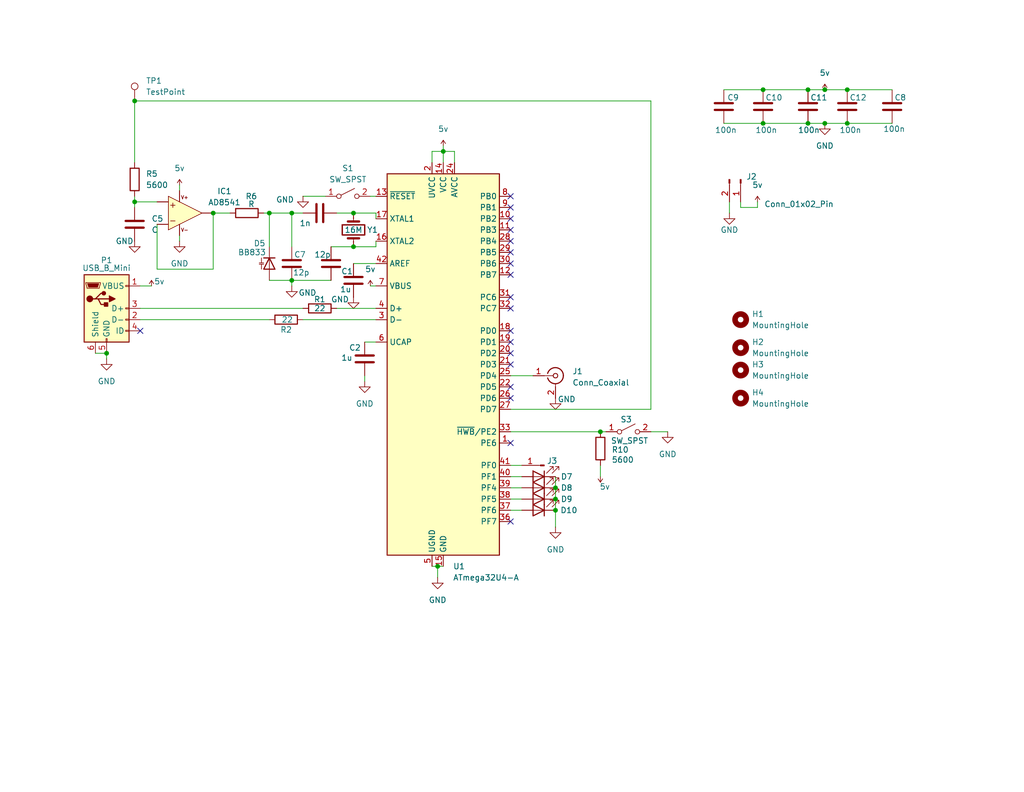
<source format=kicad_sch>
(kicad_sch (version 20250114) (generator "eeschema") (generator_version "9.0")
  (paper "User" 231.8 179.4)
  (title_block (title "Atmega32U4 GPS") (date "2025-02-04") (rev "v3") (company "L3 EEA"))
  (lib_symbols
    (symbol "Connector:Conn_01x01_Pin" (pin_names (offset 1.016) (hide yes))
      (property "Reference" "J" (at 0 2.54 0))
      (property "Value" "Conn_01x01_Pin" (at 0 -2.54 0))
      (symbol "Conn_01x01_Pin_1_1"
        (rectangle (start 0.8636 0.127) (end 0 -0.127) (stroke (width 0.1524)) (fill (type outline)))
        (polyline (pts (xy 1.27 0) (xy 0.8636 0)) (stroke (width 0.1524)))
        (pin passive line (at 5.08 0 180) (length 3.81) (name "Pin_1") (number "1"))
      )
    )
    (symbol "Connector:Conn_01x02_Pin" (pin_names (offset 1.016) (hide yes))
      (property "Reference" "J" (at 0 2.54 0))
      (property "Value" "Conn_01x02_Pin" (at 0 -5.08 0))
      (symbol "Conn_01x02_Pin_1_1"
        (rectangle (start 0.8636 0.127) (end 0 -0.127) (stroke (width 0.1524)) (fill (type outline)))
        (rectangle (start 0.8636 -2.413) (end 0 -2.667) (stroke (width 0.1524)) (fill (type outline)))
        (polyline (pts (xy 1.27 0) (xy 0.8636 0)) (stroke (width 0.1524)))
        (polyline (pts (xy 1.27 -2.54) (xy 0.8636 -2.54)) (stroke (width 0.1524)))
        (pin passive line (at 5.08 0 180) (length 3.81) (name "Pin_1") (number "1"))
        (pin passive line (at 5.08 -2.54 180) (length 3.81) (name "Pin_2") (number "2"))
      )
    )
    (symbol "Connector:Conn_Coaxial" (pin_names (offset 1.016) (hide yes))
      (property "Reference" "J" (at 0.254 3.048 0))
      (property "Value" "Conn_Coaxial" (at 2.921 0 90))
      (symbol "Conn_Coaxial_0_1"
        (polyline (pts (xy -2.54 0) (xy -0.508 0)))
        (arc (start 1.778 0) (mid 0.222 -1.8079) (end -1.778 -0.508) (stroke (width 0.254)))
        (arc (start -1.778 0.508) (mid 0.2221 1.8084) (end 1.778 0) (stroke (width 0.254)))
        (circle (center 0 0) (radius 0.508) (stroke (width 0.2032)))
        (polyline (pts (xy 0 -2.54) (xy 0 -1.778)))
      )
      (symbol "Conn_Coaxial_1_1"
        (pin passive line (at -5.08 0 0) (length 2.54) (name "In") (number "1"))
        (pin passive line (at 0 -5.08 90) (length 2.54) (name "Ext") (number "2"))
      )
    )
    (symbol "Connector:TestPoint" (pin_numbers (hide yes)) (pin_names (offset 0.762) (hide yes))
      (property "Reference" "TP" (at 0 6.858 0))
      (property "Value" "TestPoint" (at 0 5.08 0))
      (symbol "TestPoint_0_1"
        (circle (center 0 3.302) (radius 0.762))
      )
      (symbol "TestPoint_1_1"
        (pin passive line (at 0 0 90) (length 2.54) (name "1") (number "1"))
      )
    )
    (symbol "Connector:USB_B_Mini" (pin_names (offset 1.016))
      (property "Reference" "J" (at -5.08 11.43 0))
      (property "Value" "USB_B_Mini" (at -5.08 8.89 0))
      (symbol "USB_B_Mini_0_1"
        (rectangle (start -5.08 -7.62) (end 5.08 7.62) (stroke (width 0.254)) (fill (type background)))
        (polyline (pts (xy -4.699 5.842) (xy -4.699 5.588) (xy -4.445 4.826) (xy -4.445 4.572) (xy -1.651 4.572) (xy -1.651 4.826) (xy -1.397 5.588) (xy -1.397 5.842) (xy -4.699 5.842)))
        (polyline (pts (xy -4.318 5.588) (xy -1.778 5.588) (xy -2.032 4.826) (xy -4.064 4.826) (xy -4.318 5.588)) (fill (type outline)))
        (circle (center -3.81 2.159) (radius 0.635) (stroke (width 0.254)) (fill (type outline)))
        (polyline (pts (xy -3.175 2.159) (xy -2.54 2.159) (xy -1.27 3.429) (xy -0.635 3.429)) (stroke (width 0.254)))
        (polyline (pts (xy -2.54 2.159) (xy -1.905 2.159) (xy -1.27 0.889) (xy 0 0.889)) (stroke (width 0.254)))
        (polyline (pts (xy -1.905 2.159) (xy 0.635 2.159)) (stroke (width 0.254)))
        (circle (center -0.635 3.429) (radius 0.381) (stroke (width 0.254)) (fill (type outline)))
        (rectangle (start -0.127 -7.62) (end 0.127 -6.858))
        (rectangle (start 0.254 1.27) (end -0.508 0.508) (stroke (width 0.254)) (fill (type outline)))
        (polyline (pts (xy 0.635 2.794) (xy 0.635 1.524) (xy 1.905 2.159) (xy 0.635 2.794)) (stroke (width 0.254)) (fill (type outline)))
        (rectangle (start 5.08 4.953) (end 4.318 5.207))
        (rectangle (start 5.08 -0.127) (end 4.318 0.127))
        (rectangle (start 5.08 -2.667) (end 4.318 -2.413))
        (rectangle (start 5.08 -5.207) (end 4.318 -4.953))
      )
      (symbol "USB_B_Mini_1_1"
        (pin passive line (at -2.54 -10.16 90) (length 2.54) (name "Shield") (number "6"))
        (pin power_out line (at 0 -10.16 90) (length 2.54) (name "GND") (number "5"))
        (pin power_out line (at 7.62 5.08 180) (length 2.54) (name "VBUS") (number "1"))
        (pin bidirectional line (at 7.62 0 180) (length 2.54) (name "D+") (number "3"))
        (pin bidirectional line (at 7.62 -2.54 180) (length 2.54) (name "D-") (number "2"))
        (pin passive line (at 7.62 -5.08 180) (length 2.54) (name "ID") (number "4"))
      )
    )
    (symbol "Device:C" (pin_numbers (hide yes)) (pin_names (offset 0.254))
      (property "Reference" "C" (at 0.635 2.54 0))
      (property "Value" "C" (at 0.635 -2.54 0))
      (symbol "C_0_1"
        (polyline (pts (xy -2.032 0.762) (xy 2.032 0.762)) (stroke (width 0.508)))
        (polyline (pts (xy -2.032 -0.762) (xy 2.032 -0.762)) (stroke (width 0.508)))
      )
      (symbol "C_1_1"
        (pin passive line (at 0 3.81 270) (length 2.794) (name "~") (number "1"))
        (pin passive line (at 0 -3.81 90) (length 2.794) (name "~") (number "2"))
      )
    )
    (symbol "Device:Crystal" (pin_numbers (hide yes)) (pin_names (offset 1.016) (hide yes))
      (property "Reference" "Y" (at 0 3.81 0))
      (property "Value" "Crystal" (at 0 -3.81 0))
      (symbol "Crystal_0_1"
        (polyline (pts (xy -2.54 0) (xy -1.905 0)))
        (polyline (pts (xy -1.905 -1.27) (xy -1.905 1.27)) (stroke (width 0.508)))
        (rectangle (start -1.143 2.54) (end 1.143 -2.54) (stroke (width 0.3048)))
        (polyline (pts (xy 1.905 -1.27) (xy 1.905 1.27)) (stroke (width 0.508)))
        (polyline (pts (xy 2.54 0) (xy 1.905 0)))
      )
      (symbol "Crystal_1_1"
        (pin passive line (at -3.81 0 0) (length 1.27) (name "1") (number "1"))
        (pin passive line (at 3.81 0 180) (length 1.27) (name "2") (number "2"))
      )
    )
    (symbol "Device:D_Capacitance" (pin_numbers (hide yes)) (pin_names (offset 1.016) (hide yes))
      (property "Reference" "D" (at 0 2.54 0))
      (property "Value" "D_Capacitance" (at 0 -3.302 0))
      (symbol "D_Capacitance_0_1"
        (polyline (pts (xy -1.27 1.27) (xy -1.27 -1.27)) (stroke (width 0.254)))
        (polyline (pts (xy -1.27 0) (xy 1.27 0)))
        (polyline (pts (xy -1.27 -1.778) (xy -0.1524 -1.778)))
        (polyline (pts (xy -0.1524 -1.27) (xy -0.1524 -2.286)))
        (polyline (pts (xy 0.1524 -1.27) (xy 0.1524 -2.286)))
        (polyline (pts (xy 0.1524 -1.778) (xy 1.27 -1.778)))
        (polyline (pts (xy 1.27 1.27) (xy 1.27 -1.27) (xy -1.27 0) (xy 1.27 1.27)) (stroke (width 0.254)))
      )
      (symbol "D_Capacitance_1_1"
        (pin passive line (at -3.81 0 0) (length 2.54) (name "K") (number "1"))
        (pin passive line (at 3.81 0 180) (length 2.54) (name "A") (number "2"))
      )
    )
    (symbol "Device:R" (pin_numbers (hide yes)) (pin_names (offset 0))
      (property "Reference" "R" (at 2.032 0 90))
      (property "Value" "R" (at 0 0 90))
      (symbol "R_0_1"
        (rectangle (start -1.016 -2.54) (end 1.016 2.54) (stroke (width 0.254)))
      )
      (symbol "R_1_1"
        (pin passive line (at 0 3.81 270) (length 1.27) (name "~") (number "1"))
        (pin passive line (at 0 -3.81 90) (length 1.27) (name "~") (number "2"))
      )
    )
    (symbol "GND_1" (power) (pin_numbers (hide yes)) (pin_names (offset 0) (hide yes))
      (property "Value" "GND" (at 0 -3.81 0))
      (symbol "GND_1_0_1"
        (polyline (pts (xy 0 0) (xy 0 -1.27) (xy 1.27 -1.27) (xy 0 -2.54) (xy -1.27 -1.27) (xy 0 -1.27)))
      )
      (symbol "GND_1_1_1"
        (pin power_in line (at 0 0 270) (length 0) (name "~") (number "1"))
      )
    )
    (symbol "GND_10" (power) (pin_numbers (hide yes)) (pin_names (offset 0) (hide yes))
      (property "Value" "GND" (at 0 -3.81 0))
      (symbol "GND_10_0_1"
        (polyline (pts (xy 0 0) (xy 0 -1.27) (xy 1.27 -1.27) (xy 0 -2.54) (xy -1.27 -1.27) (xy 0 -1.27)))
      )
      (symbol "GND_10_1_1"
        (pin power_in line (at 0 0 270) (length 0) (name "~") (number "1"))
      )
    )
    (symbol "GND_2" (power) (pin_numbers (hide yes)) (pin_names (offset 0) (hide yes))
      (property "Value" "GND" (at 0 -3.81 0))
      (symbol "GND_2_0_1"
        (polyline (pts (xy 0 0) (xy 0 -1.27) (xy 1.27 -1.27) (xy 0 -2.54) (xy -1.27 -1.27) (xy 0 -1.27)))
      )
      (symbol "GND_2_1_1"
        (pin power_in line (at 0 0 270) (length 0) (name "~") (number "1"))
      )
    )
    (symbol "GND_3" (power) (pin_numbers (hide yes)) (pin_names (offset 0) (hide yes))
      (property "Value" "GND" (at 0 -3.81 0))
      (symbol "GND_3_0_1"
        (polyline (pts (xy 0 0) (xy 0 -1.27) (xy 1.27 -1.27) (xy 0 -2.54) (xy -1.27 -1.27) (xy 0 -1.27)))
      )
      (symbol "GND_3_1_1"
        (pin power_in line (at 0 0 270) (length 0) (name "~") (number "1"))
      )
    )
    (symbol "GND_4" (power) (pin_numbers (hide yes)) (pin_names (offset 0) (hide yes))
      (property "Value" "GND" (at 0 -3.81 0))
      (symbol "GND_4_0_1"
        (polyline (pts (xy 0 0) (xy 0 -1.27) (xy 1.27 -1.27) (xy 0 -2.54) (xy -1.27 -1.27) (xy 0 -1.27)))
      )
      (symbol "GND_4_1_1"
        (pin power_in line (at 0 0 270) (length 0) (name "~") (number "1"))
      )
    )
    (symbol "GND_5" (power) (pin_numbers (hide yes)) (pin_names (offset 0) (hide yes))
      (property "Value" "GND" (at 0 -3.81 0))
      (symbol "GND_5_0_1"
        (polyline (pts (xy 0 0) (xy 0 -1.27) (xy 1.27 -1.27) (xy 0 -2.54) (xy -1.27 -1.27) (xy 0 -1.27)))
      )
      (symbol "GND_5_1_1"
        (pin power_in line (at 0 0 270) (length 0) (name "~") (number "1"))
      )
    )
    (symbol "GND_6" (power) (pin_numbers (hide yes)) (pin_names (offset 0) (hide yes))
      (property "Value" "GND" (at 0 -3.81 0))
      (symbol "GND_6_0_1"
        (polyline (pts (xy 0 0) (xy 0 -1.27) (xy 1.27 -1.27) (xy 0 -2.54) (xy -1.27 -1.27) (xy 0 -1.27)))
      )
      (symbol "GND_6_1_1"
        (pin power_in line (at 0 0 270) (length 0) (name "~") (number "1"))
      )
    )
    (symbol "GND_7" (power) (pin_numbers (hide yes)) (pin_names (offset 0) (hide yes))
      (property "Value" "GND" (at 0 -3.81 0))
      (symbol "GND_7_0_1"
        (polyline (pts (xy 0 0) (xy 0 -1.27) (xy 1.27 -1.27) (xy 0 -2.54) (xy -1.27 -1.27) (xy 0 -1.27)))
      )
      (symbol "GND_7_1_1"
        (pin power_in line (at 0 0 270) (length 0) (name "~") (number "1"))
      )
    )
    (symbol "GND_8" (power) (pin_numbers (hide yes)) (pin_names (offset 0) (hide yes))
      (property "Value" "GND" (at 0 -3.81 0))
      (symbol "GND_8_0_1"
        (polyline (pts (xy 0 0) (xy 0 -1.27) (xy 1.27 -1.27) (xy 0 -2.54) (xy -1.27 -1.27) (xy 0 -1.27)))
      )
      (symbol "GND_8_1_1"
        (pin power_in line (at 0 0 270) (length 0) (name "~") (number "1"))
      )
    )
    (symbol "GND_9" (power) (pin_numbers (hide yes)) (pin_names (offset 0) (hide yes))
      (property "Value" "GND" (at 0 -3.81 0))
      (symbol "GND_9_0_1"
        (polyline (pts (xy 0 0) (xy 0 -1.27) (xy 1.27 -1.27) (xy 0 -2.54) (xy -1.27 -1.27) (xy 0 -1.27)))
      )
      (symbol "GND_9_1_1"
        (pin power_in line (at 0 0 270) (length 0) (name "~") (number "1"))
      )
    )
    (symbol "LED_1" (pin_numbers (hide yes)) (pin_names (offset 1.016) (hide yes))
      (property "Reference" "D" (at 0 2.54 0))
      (property "Value" "LED" (at 0 -2.54 0))
      (symbol "LED_1_0_1"
        (polyline (pts (xy -3.048 -0.762) (xy -4.572 -2.286) (xy -3.81 -2.286) (xy -4.572 -2.286) (xy -4.572 -1.524)))
        (polyline (pts (xy -1.778 -0.762) (xy -3.302 -2.286) (xy -2.54 -2.286) (xy -3.302 -2.286) (xy -3.302 -1.524)))
        (polyline (pts (xy -1.27 0) (xy 1.27 0)))
        (polyline (pts (xy -1.27 -1.27) (xy -1.27 1.27)) (stroke (width 0.254)))
        (polyline (pts (xy 1.27 -1.27) (xy 1.27 1.27) (xy -1.27 0) (xy 1.27 -1.27)) (stroke (width 0.254)))
      )
      (symbol "LED_1_1_1"
        (pin passive line (at -3.81 0 0) (length 2.54) (name "K") (number "1"))
        (pin passive line (at 3.81 0 180) (length 2.54) (name "A") (number "2"))
      )
    )
    (symbol "MCU_Microchip_ATmega:ATmega32U4-A"
      (property "Reference" "U" (at -12.7 44.45 0))
      (property "Value" "ATmega32U4-A" (at 2.54 -44.45 0))
      (symbol "ATmega32U4-A_0_1"
        (rectangle (start -12.7 -43.18) (end 12.7 43.18) (stroke (width 0.254)) (fill (type background)))
      )
      (symbol "ATmega32U4-A_1_1"
        (pin input line (at -15.24 38.1 0) (length 2.54) (name "~{RESET}") (number "13"))
        (pin input line (at -15.24 33.02 0) (length 2.54) (name "XTAL1") (number "17"))
        (pin output line (at -15.24 27.94 0) (length 2.54) (name "XTAL2") (number "16"))
        (pin passive line (at -15.24 22.86 0) (length 2.54) (name "AREF") (number "42"))
        (pin input line (at -15.24 17.78 0) (length 2.54) (name "VBUS") (number "7"))
        (pin bidirectional line (at -15.24 12.7 0) (length 2.54) (name "D+") (number "4"))
        (pin bidirectional line (at -15.24 10.16 0) (length 2.54) (name "D-") (number "3"))
        (pin passive line (at -15.24 5.08 0) (length 2.54) (name "UCAP") (number "6"))
        (pin power_in line (at -2.54 45.72 270) (length 2.54) (name "UVCC") (number "2"))
        (pin passive line (at -2.54 -45.72 90) (length 2.54) (name "UGND") (number "5"))
        (pin power_in line (at 0 45.72 270) (length 2.54) (name "VCC") (number "14"))
        (pin passive line (at 0 45.72 270) (length 2.54) (hide yes) (name "VCC") (number "34"))
        (pin power_in line (at 0 -45.72 90) (length 2.54) (name "GND") (number "15"))
        (pin passive line (at 0 -45.72 90) (length 2.54) (hide yes) (name "GND") (number "23"))
        (pin passive line (at 0 -45.72 90) (length 2.54) (hide yes) (name "GND") (number "35"))
        (pin passive line (at 0 -45.72 90) (length 2.54) (hide yes) (name "GND") (number "43"))
        (pin power_in line (at 2.54 45.72 270) (length 2.54) (name "AVCC") (number "24"))
        (pin passive line (at 2.54 45.72 270) (length 2.54) (hide yes) (name "AVCC") (number "44"))
        (pin bidirectional line (at 15.24 38.1 180) (length 2.54) (name "PB0") (number "8"))
        (pin bidirectional line (at 15.24 35.56 180) (length 2.54) (name "PB1") (number "9"))
        (pin bidirectional line (at 15.24 33.02 180) (length 2.54) (name "PB2") (number "10"))
        (pin bidirectional line (at 15.24 30.48 180) (length 2.54) (name "PB3") (number "11"))
        (pin bidirectional line (at 15.24 27.94 180) (length 2.54) (name "PB4") (number "28"))
        (pin bidirectional line (at 15.24 25.4 180) (length 2.54) (name "PB5") (number "29"))
        (pin bidirectional line (at 15.24 22.86 180) (length 2.54) (name "PB6") (number "30"))
        (pin bidirectional line (at 15.24 20.32 180) (length 2.54) (name "PB7") (number "12"))
        (pin bidirectional line (at 15.24 15.24 180) (length 2.54) (name "PC6") (number "31"))
        (pin bidirectional line (at 15.24 12.7 180) (length 2.54) (name "PC7") (number "32"))
        (pin bidirectional line (at 15.24 7.62 180) (length 2.54) (name "PD0") (number "18"))
        (pin bidirectional line (at 15.24 5.08 180) (length 2.54) (name "PD1") (number "19"))
        (pin bidirectional line (at 15.24 2.54 180) (length 2.54) (name "PD2") (number "20"))
        (pin bidirectional line (at 15.24 0 180) (length 2.54) (name "PD3") (number "21"))
        (pin bidirectional line (at 15.24 -2.54 180) (length 2.54) (name "PD4") (number "25"))
        (pin bidirectional line (at 15.24 -5.08 180) (length 2.54) (name "PD5") (number "22"))
        (pin bidirectional line (at 15.24 -7.62 180) (length 2.54) (name "PD6") (number "26"))
        (pin bidirectional line (at 15.24 -10.16 180) (length 2.54) (name "PD7") (number "27"))
        (pin bidirectional line (at 15.24 -15.24 180) (length 2.54) (name "~{HWB}/PE2") (number "33"))
        (pin bidirectional line (at 15.24 -17.78 180) (length 2.54) (name "PE6") (number "1"))
        (pin bidirectional line (at 15.24 -22.86 180) (length 2.54) (name "PF0") (number "41"))
        (pin bidirectional line (at 15.24 -25.4 180) (length 2.54) (name "PF1") (number "40"))
        (pin bidirectional line (at 15.24 -27.94 180) (length 2.54) (name "PF4") (number "39"))
        (pin bidirectional line (at 15.24 -30.48 180) (length 2.54) (name "PF5") (number "38"))
        (pin bidirectional line (at 15.24 -33.02 180) (length 2.54) (name "PF6") (number "37"))
        (pin bidirectional line (at 15.24 -35.56 180) (length 2.54) (name "PF7") (number "36"))
      )
    )
    (symbol "Mechanical:MountingHole" (pin_names (offset 1.016)) (exclude_from_sim yes) (in_bom no)
      (property "Reference" "H" (at 0 5.08 0))
      (property "Value" "MountingHole" (at 0 3.175 0))
      (symbol "MountingHole_0_1"
        (circle (center 0 0) (radius 1.27) (stroke (width 1.27)))
      )
    )
    (symbol "Switch:SW_SPST" (pin_names (offset 0) (hide yes))
      (property "Reference" "SW" (at 0 3.175 0))
      (property "Value" "SW_SPST" (at 0 -2.54 0))
      (symbol "SW_SPST_0_0"
        (circle (center -2.032 0) (radius 0.508))
        (polyline (pts (xy -1.524 0.254) (xy 1.524 1.778)))
        (circle (center 2.032 0) (radius 0.508))
      )
      (symbol "SW_SPST_1_1"
        (pin passive line (at -5.08 0 0) (length 2.54) (name "A") (number "1"))
        (pin passive line (at 5.08 0 180) (length 2.54) (name "B") (number "2"))
      )
    )
    (symbol "agg-kicad:5v" (power) (pin_numbers (hide yes)) (pin_names (offset 1.016) (hide yes))
      (property "Value" "5v" (at 0 2.286 0))
      (symbol "5v_0_1"
        (polyline (pts (xy 0 1.27) (xy 0.508 0.508)))
        (polyline (pts (xy 0 0) (xy 0 1.27) (xy -0.508 0.508)))
      )
      (symbol "5v_1_1"
        (pin power_in line (at 0 0 180) (length 0) (hide yes) (name "5v") (number "1"))
      )
    )
    (symbol "agg-kicad:AD8541" (pin_numbers (hide yes)) (pin_names (offset 1.016) (hide yes))
      (property "Reference" "IC" (at 2.54 3.048 0))
      (property "Value" "AD8541" (at 2.794 -2.794 0))
      (symbol "AD8541_0_0"
        (text "V+" (at 0.254 3.556 0) (effects (font (size 0.762 0.762)) (justify left)))
        (text "V-" (at 0.254 -3.81 0) (effects (font (size 0.762 0.762)) (justify left)))
      )
      (symbol "AD8541_0_1"
        (polyline (pts (xy -2.032 1.778) (xy -1.016 1.778)))
        (polyline (pts (xy -2.032 -1.778) (xy -1.016 -1.778)))
        (polyline (pts (xy -1.524 2.286) (xy -1.524 1.27)))
        (polyline (pts (xy 5.08 0) (xy -2.54 3.81) (xy -2.54 -3.81) (xy 5.08 0)) (fill (type background)))
      )
      (symbol "AD8541_1_1"
        (pin input line (at -5.08 2.54 0) (length 2.54) (name "+") (number "3"))
        (pin input line (at -5.08 -2.54 0) (length 2.54) (name "-") (number "4"))
        (pin power_in line (at 0 5.08 270) (length 2.54) (name "V+") (number "5"))
        (pin power_in line (at 0 -5.08 90) (length 2.54) (name "V-") (number "2"))
        (pin output line (at 7.62 0 180) (length 2.54) (name "OUT") (number "1"))
      )
    )
  )
  (junction (at 30.48 45.72))
  (junction (at 80.01 55.88))
  (junction (at 191.77 20.32))
  (junction (at 125.73 115.57))
  (junction (at 172.72 20.32))
  (junction (at 66.04 63.5))
  (junction (at 66.04 48.26))
  (junction (at 172.72 27.94))
  (junction (at 182.88 27.94))
  (junction (at 60.96 48.26))
  (junction (at 80.01 48.26))
  (junction (at 48.26 48.26))
  (junction (at 30.48 22.86))
  (junction (at 24.13 80.01))
  (junction (at 182.88 20.32))
  (junction (at 100.33 34.29))
  (junction (at 191.77 27.94))
  (junction (at 186.69 27.94))
  (junction (at 135.89 97.79))
  (junction (at 186.69 20.32))
  (junction (at 99.06 128.27))
  (junction (at 125.73 113.03))
  (junction (at 125.73 110.49))
  (no_connect (at 115.57 57.15))
  (no_connect (at 115.57 67.31))
  (no_connect (at 115.57 49.53))
  (no_connect (at 115.57 77.47))
  (no_connect (at 115.57 74.93))
  (no_connect (at 115.57 54.61))
  (no_connect (at 115.57 44.45))
  (no_connect (at 115.57 90.17))
  (no_connect (at 115.57 62.23))
  (no_connect (at 31.75 74.93))
  (no_connect (at 115.57 87.63))
  (no_connect (at 115.57 118.11))
  (no_connect (at 115.57 59.69))
  (no_connect (at 115.57 69.85))
  (no_connect (at 115.57 82.55))
  (no_connect (at 115.57 46.99))
  (no_connect (at 115.57 52.07))
  (no_connect (at 115.57 80.01))
  (no_connect (at 115.57 100.33))
  (wire (pts (xy 85.09 59.69) (xy 80.01 59.69)))
  (wire (pts (xy 68.58 69.85) (xy 31.75 69.85)))
  (wire (pts (xy 66.04 48.26) (xy 66.04 55.88)))
  (wire (pts (xy 80.01 48.26) (xy 85.09 48.26)))
  (wire (pts (xy 125.73 113.03) (xy 125.73 115.57)))
  (wire (pts (xy 83.82 44.45) (xy 85.09 44.45)))
  (wire (pts (xy 97.79 34.29) (xy 100.33 34.29)))
  (wire (pts (xy 76.2 48.26) (xy 80.01 48.26)))
  (wire (pts (xy 135.89 97.79) (xy 137.16 97.79)))
  (wire (pts (xy 115.57 107.95) (xy 118.11 107.95)))
  (wire (pts (xy 31.75 64.77) (xy 34.29 64.77)))
  (wire (pts (xy 30.48 45.72) (xy 30.48 46.99)))
  (wire (pts (xy 99.06 128.27) (xy 99.06 130.81)))
  (wire (pts (xy 163.83 20.32) (xy 172.72 20.32)))
  (wire (pts (xy 167.64 46.99) (xy 171.45 46.99)))
  (wire (pts (xy 115.57 115.57) (xy 118.11 115.57)))
  (wire (pts (xy 66.04 48.26) (xy 60.96 48.26)))
  (wire (pts (xy 125.73 110.49) (xy 125.73 113.03)))
  (wire (pts (xy 68.58 48.26) (xy 66.04 48.26)))
  (wire (pts (xy 30.48 22.86) (xy 147.32 22.86)))
  (wire (pts (xy 97.79 128.27) (xy 99.06 128.27)))
  (wire (pts (xy 147.32 22.86) (xy 147.32 92.71)))
  (wire (pts (xy 186.69 20.32) (xy 191.77 20.32)))
  (wire (pts (xy 74.93 55.88) (xy 80.01 55.88)))
  (wire (pts (xy 125.73 107.95) (xy 125.73 110.49)))
  (wire (pts (xy 35.56 60.96) (xy 35.56 50.8)))
  (wire (pts (xy 68.58 72.39) (xy 85.09 72.39)))
  (wire (pts (xy 40.64 53.34) (xy 40.64 54.61)))
  (wire (pts (xy 48.26 48.26) (xy 48.26 60.96)))
  (wire (pts (xy 186.69 27.94) (xy 191.77 27.94)))
  (wire (pts (xy 85.09 49.53) (xy 85.09 48.26)))
  (wire (pts (xy 125.73 115.57) (xy 125.73 119.38)))
  (wire (pts (xy 85.09 54.61) (xy 85.09 55.88)))
  (wire (pts (xy 97.79 36.83) (xy 97.79 34.29)))
  (wire (pts (xy 66.04 63.5) (xy 66.04 64.77)))
  (wire (pts (xy 48.26 60.96) (xy 35.56 60.96)))
  (wire (pts (xy 30.48 45.72) (xy 35.56 45.72)))
  (wire (pts (xy 100.33 34.29) (xy 100.33 36.83)))
  (wire (pts (xy 66.04 63.5) (xy 74.93 63.5)))
  (wire (pts (xy 115.57 113.03) (xy 118.11 113.03)))
  (wire (pts (xy 100.33 34.29) (xy 102.87 34.29)))
  (wire (pts (xy 115.57 105.41) (xy 118.11 105.41)))
  (wire (pts (xy 24.13 80.01) (xy 24.13 81.28)))
  (wire (pts (xy 80.01 55.88) (xy 85.09 55.88)))
  (wire (pts (xy 30.48 36.83) (xy 30.48 22.86)))
  (wire (pts (xy 165.1 45.72) (xy 165.1 48.26)))
  (wire (pts (xy 30.48 44.45) (xy 30.48 45.72)))
  (wire (pts (xy 82.55 77.47) (xy 85.09 77.47)))
  (wire (pts (xy 76.2 69.85) (xy 85.09 69.85)))
  (wire (pts (xy 99.06 128.27) (xy 100.33 128.27)))
  (wire (pts (xy 83.82 64.77) (xy 85.09 64.77)))
  (wire (pts (xy 40.64 41.91) (xy 40.64 43.18)))
  (wire (pts (xy 147.32 97.79) (xy 151.13 97.79)))
  (wire (pts (xy 171.45 45.72) (xy 171.45 46.99)))
  (wire (pts (xy 31.75 72.39) (xy 60.96 72.39)))
  (wire (pts (xy 167.64 45.72) (xy 167.64 46.99)))
  (wire (pts (xy 163.83 27.94) (xy 172.72 27.94)))
  (wire (pts (xy 115.57 97.79) (xy 135.89 97.79)))
  (wire (pts (xy 82.55 85.09) (xy 82.55 86.36)))
  (wire (pts (xy 59.69 48.26) (xy 60.96 48.26)))
  (wire (pts (xy 60.96 63.5) (xy 66.04 63.5)))
  (wire (pts (xy 182.88 20.32) (xy 186.69 20.32)))
  (wire (pts (xy 172.72 20.32) (xy 182.88 20.32)))
  (wire (pts (xy 100.33 33.02) (xy 100.33 34.29)))
  (wire (pts (xy 60.96 48.26) (xy 60.96 55.88)))
  (wire (pts (xy 135.89 105.41) (xy 135.89 107.95)))
  (wire (pts (xy 191.77 20.32) (xy 201.93 20.32)))
  (wire (pts (xy 21.59 80.01) (xy 24.13 80.01)))
  (wire (pts (xy 115.57 85.09) (xy 120.65 85.09)))
  (wire (pts (xy 48.26 48.26) (xy 52.07 48.26)))
  (wire (pts (xy 182.88 27.94) (xy 186.69 27.94)))
  (wire (pts (xy 191.77 27.94) (xy 201.93 27.94)))
  (wire (pts (xy 115.57 110.49) (xy 118.11 110.49)))
  (wire (pts (xy 68.58 44.45) (xy 73.66 44.45)))
  (wire (pts (xy 102.87 36.83) (xy 102.87 34.29)))
  (wire (pts (xy 172.72 27.94) (xy 182.88 27.94)))
  (wire (pts (xy 115.57 92.71) (xy 147.32 92.71)))
  (symbol (lib_id "Device:R") (at 64.77 72.39 90) (unit 1)
    (property "Reference" "R2" (at 64.77 74.676 90))
    (property "Value" "22" (at 65.024 72.39 90))
    (property "Footprint" "Resistor_SMD:R_0805_2012Metric_Pad1.20x1.40mm_HandSolder" (effects (hide yes)))
    (property "Description" "Resistor" (effects (hide yes)))
  )
  (symbol (lib_id "Device:R") (at 30.48 40.64 180) (unit 1)
    (property "Reference" "R5" (at 33.02 39.3699 0) (effects (justify right)))
    (property "Value" "5600" (at 33.02 41.9099 0) (effects (justify right)))
    (property "Footprint" "Resistor_SMD:R_0805_2012Metric_Pad1.20x1.40mm_HandSolder" (effects (hide yes)))
    (property "Description" "Resistor" (effects (hide yes)))
  )
  (symbol (lib_id "Mechanical:MountingHole") (at 167.64 78.74 0) (unit 1) (exclude_from_sim yes) (in_bom no)
    (property "Reference" "H2" (at 170.18 77.4699 0) (effects (justify left)))
    (property "Value" "MountingHole" (at 170.18 80.0099 0) (effects (justify left)))
    (property "Footprint" "MountingHole:MountingHole_3mm" (effects (hide yes)))
    (property "Description" "Mounting Hole without connection" (effects (hide yes)))
  )
  (symbol (lib_id "Device:C") (at 72.39 48.26 90) (unit 1)
    (property "Reference" "C3" (effects (hide yes)))
    (property "Value" "1n" (at 69.088 50.546 90))
    (property "Footprint" "Capacitor_SMD:C_0805_2012Metric_Pad1.18x1.45mm_HandSolder" (effects (hide yes)))
    (property "Description" "Unpolarized capacitor" (effects (hide yes)))
  )
  (symbol (lib_name "GND_10") (lib_id "power:GND") (at 24.13 81.28 0) (unit 1)
    (property "Reference" "#PWR04" (effects (hide yes)))
    (property "Value" "GND" (at 24.13 86.36 0))
    (property "Description" "Power symbol creates a global label with name \"GND\" , ground" (effects (hide yes)))
  )
  (symbol (lib_name "LED_1") (lib_id "Device:LED") (at 121.92 113.03 180) (unit 1)
    (property "Reference" "D9" (at 128.27 113.03 0))
    (property "Value" "LED" (effects (hide yes)))
    (property "Footprint" "LED_SMD:LED_1206_3216Metric_Pad1.42x1.75mm_HandSolder" (effects (hide yes)))
    (property "Description" "Light emitting diode" (effects (hide yes)))
    (property "Sim.Pins" "1=K 2=A" (effects (hide yes)))
  )
  (symbol (lib_name "GND_9") (lib_id "power:GND") (at 125.73 119.38 0) (unit 1)
    (property "Reference" "#PWR026" (effects (hide yes)))
    (property "Value" "GND" (at 125.73 124.46 0))
    (property "Description" "Power symbol creates a global label with name \"GND\" , ground" (effects (hide yes)))
  )
  (symbol (lib_id "Switch:SW_SPST") (at 142.24 97.79 0) (unit 1)
    (property "Reference" "S3" (at 141.732 94.996 0))
    (property "Value" "SW_SPST" (at 142.494 99.822 0))
    (property "Footprint" "Button_Switch_THT:SW_Tactile_SPST_Angled_PTS645Vx39-2LFS" (effects (hide yes)))
    (property "Description" "Single Pole Single Throw (SPST) switch" (effects (hide yes)))
  )
  (symbol (lib_id "Device:Crystal") (at 80.01 52.07 90) (unit 1)
    (property "Reference" "Y1" (at 83.058 52.07 90) (effects (justify right)))
    (property "Value" "16M" (at 77.978 52.07 90) (effects (justify right)))
    (property "Footprint" "Crystal:Crystal_HC49-U_Vertical" (effects (hide yes)))
    (property "Description" "Two pin crystal" (effects (hide yes)))
  )
  (symbol (lib_id "Device:C") (at 163.83 24.13 180) (unit 1)
    (property "Reference" "C9" (at 164.592 22.098 0) (effects (justify right)))
    (property "Value" "100n" (at 161.798 29.464 0) (effects (justify right)))
    (property "Footprint" "Capacitor_SMD:C_0805_2012Metric_Pad1.18x1.45mm_HandSolder" (effects (hide yes)))
    (property "Description" "Unpolarized capacitor" (effects (hide yes)))
  )
  (symbol (lib_id "agg-kicad:5v") (at 135.89 107.95 180) (unit 1)
    (property "Reference" "#PWR06" (effects (hide yes)))
    (property "Value" "5v" (at 136.906 110.236 0))
  )
  (symbol (lib_id "Device:R") (at 72.39 69.85 90) (unit 1)
    (property "Reference" "R1" (at 72.39 67.818 90))
    (property "Value" "22" (at 72.39 69.85 90))
    (property "Footprint" "Resistor_SMD:R_0805_2012Metric_Pad1.20x1.40mm_HandSolder" (effects (hide yes)))
    (property "Description" "Resistor" (effects (hide yes)))
  )
  (symbol (lib_name "GND_5") (lib_id "power:GND") (at 66.04 64.77 0) (unit 1)
    (property "Reference" "#PWR013" (effects (hide yes)))
    (property "Value" "GND" (at 69.596 66.294 0))
    (property "Description" "Power symbol creates a global label with name \"GND\" , ground" (effects (hide yes)))
  )
  (symbol (lib_name "LED_1") (lib_id "Device:LED") (at 121.92 115.57 180) (unit 1)
    (property "Reference" "D10" (at 128.778 115.57 0))
    (property "Value" "LED" (effects (hide yes)))
    (property "Footprint" "LED_SMD:LED_1206_3216Metric_Pad1.42x1.75mm_HandSolder" (effects (hide yes)))
    (property "Description" "Light emitting diode" (effects (hide yes)))
    (property "Sim.Pins" "1=K 2=A" (effects (hide yes)))
  )
  (symbol (lib_id "Connector:Conn_01x02_Pin") (at 167.64 40.64 270) (unit 1)
    (property "Reference" "J2" (at 168.91 40.0049 90) (effects (justify left)))
    (property "Value" "Conn_01x02_Pin" (at 172.974 46.228 90) (effects (justify left)))
    (property "Footprint" "Connector_PinHeader_2.54mm:PinHeader_1x02_P2.54mm_Vertical" (effects (hide yes)))
    (property "Description" "Generic connector, single row, 01x02, script generated" (effects (hide yes)))
  )
  (symbol (lib_name "GND_9") (lib_id "power:GND") (at 99.06 130.81 0) (unit 1)
    (property "Reference" "#PWR027" (effects (hide yes)))
    (property "Value" "GND" (at 99.06 135.89 0))
    (property "Description" "Power symbol creates a global label with name \"GND\" , ground" (effects (hide yes)))
  )
  (symbol (lib_name "GND_10") (lib_id "power:GND") (at 82.55 86.36 0) (unit 1)
    (property "Reference" "#PWR029" (effects (hide yes)))
    (property "Value" "GND" (at 82.55 91.44 0))
    (property "Description" "Power symbol creates a global label with name \"GND\" , ground" (effects (hide yes)))
  )
  (symbol (lib_id "Connector:TestPoint") (at 30.48 22.86 0) (unit 1)
    (property "Reference" "TP1" (at 33.02 18.2879 0) (effects (justify left)))
    (property "Value" "TestPoint" (at 33.02 20.8279 0) (effects (justify left)))
    (property "Footprint" "TestPoint:TestPoint_Pad_1.0x1.0mm" (effects (hide yes)))
    (property "Description" "test point" (effects (hide yes)))
  )
  (symbol (lib_id "agg-kicad:5v") (at 186.69 20.32 0) (unit 1)
    (property "Reference" "#PWR015" (effects (hide yes)))
    (property "Value" "5v" (at 186.69 16.51 0))
  )
  (symbol (lib_name "GND_6") (lib_id "power:GND") (at 151.13 97.79 0) (unit 1)
    (property "Reference" "#PWR022" (effects (hide yes)))
    (property "Value" "GND" (at 151.13 102.87 0))
    (property "Description" "Power symbol creates a global label with name \"GND\" , ground" (effects (hide yes)))
  )
  (symbol (lib_id "Mechanical:MountingHole") (at 167.64 83.82 0) (unit 1) (exclude_from_sim yes) (in_bom no)
    (property "Reference" "H3" (at 170.18 82.5499 0) (effects (justify left)))
    (property "Value" "MountingHole" (at 170.18 85.0899 0) (effects (justify left)))
    (property "Footprint" "MountingHole:MountingHole_3mm" (effects (hide yes)))
    (property "Description" "Mounting Hole without connection" (effects (hide yes)))
  )
  (symbol (lib_id "Device:D_Capacitance") (at 60.96 59.69 270) (unit 1)
    (property "Reference" "D5" (at 57.404 55.118 90) (effects (justify left)))
    (property "Value" "BB833" (at 53.848 57.15 90) (effects (justify left)))
    (property "Footprint" "Capacitor_SMD:C_0805_2012Metric_Pad1.18x1.45mm_HandSolder" (effects (hide yes)))
    (property "Description" "Variable capacitance diode" (effects (hide yes)))
  )
  (symbol (lib_id "Connector:Conn_01x01_Pin") (at 123.19 105.41 180) (unit 1)
    (property "Reference" "J3" (at 124.968 104.394 0))
    (property "Value" "Conn_01x01_Pin" (effects (hide yes)))
    (property "Footprint" "Connector_PinHeader_2.54mm:PinHeader_1x01_P2.54mm_Vertical" (effects (hide yes)))
    (property "Description" "Generic connector, single row, 01x01, script generated" (effects (hide yes)))
  )
  (symbol (lib_id "Mechanical:MountingHole") (at 167.64 90.17 0) (unit 1) (exclude_from_sim yes) (in_bom no)
    (property "Reference" "H4" (at 170.18 88.8999 0) (effects (justify left)))
    (property "Value" "MountingHole" (at 170.18 91.4399 0) (effects (justify left)))
    (property "Footprint" "MountingHole:MountingHole_3mm" (effects (hide yes)))
    (property "Description" "Mounting Hole without connection" (effects (hide yes)))
  )
  (symbol (lib_name "GND_4") (lib_id "power:GND") (at 68.58 44.45 0) (unit 1)
    (property "Reference" "#PWR02" (effects (hide yes)))
    (property "Value" "GND" (at 64.516 45.212 0))
    (property "Description" "Power symbol creates a global label with name \"GND\" , ground" (effects (hide yes)))
  )
  (symbol (lib_id "Device:C") (at 74.93 59.69 180) (unit 1)
    (property "Reference" "C4" (effects (hide yes)))
    (property "Value" "12p" (at 71.12 57.658 0) (effects (justify right)))
    (property "Footprint" "Capacitor_SMD:C_0805_2012Metric_Pad1.18x1.45mm_HandSolder" (effects (hide yes)))
    (property "Description" "Unpolarized capacitor" (effects (hide yes)))
  )
  (symbol (lib_name "GND_10") (lib_id "power:GND") (at 80.01 67.31 0) (unit 1)
    (property "Reference" "#PWR028" (effects (hide yes)))
    (property "Value" "GND" (at 76.962 67.818 0))
    (property "Description" "Power symbol creates a global label with name \"GND\" , ground" (effects (hide yes)))
  )
  (symbol (lib_id "Switch:SW_SPST") (at 78.74 44.45 0) (unit 1)
    (property "Reference" "S1" (at 78.74 38.1 0))
    (property "Value" "SW_SPST" (at 78.74 40.64 0))
    (property "Footprint" "Button_Switch_THT:SW_Tactile_SPST_Angled_PTS645Vx39-2LFS" (effects (hide yes)))
    (property "Description" "Single Pole Single Throw (SPST) switch" (effects (hide yes)))
  )
  (symbol (lib_id "Device:C") (at 30.48 50.8 180) (unit 1)
    (property "Reference" "C5" (at 34.29 49.5299 0) (effects (justify right)))
    (property "Value" "C" (at 34.29 52.0699 0) (effects (justify right)))
    (property "Footprint" "Capacitor_SMD:C_0805_2012Metric_Pad1.18x1.45mm_HandSolder" (effects (hide yes)))
    (property "Description" "Unpolarized capacitor" (effects (hide yes)))
  )
  (symbol (lib_id "Device:C") (at 82.55 81.28 0) (unit 1)
    (property "Reference" "C2" (at 78.994 78.74 0) (effects (justify left)))
    (property "Value" "1u" (at 77.216 81.026 0) (effects (justify left)))
    (property "Footprint" "Capacitor_SMD:C_0805_2012Metric_Pad1.18x1.45mm_HandSolder" (effects (hide yes)))
    (property "Description" "Unpolarized capacitor" (effects (hide yes)))
  )
  (symbol (lib_id "Device:R") (at 135.89 101.6 180) (unit 1)
    (property "Reference" "R10" (at 138.43 101.854 0) (effects (justify right)))
    (property "Value" "5600" (at 138.43 104.14 0) (effects (justify right)))
    (property "Footprint" "Resistor_SMD:R_0805_2012Metric_Pad1.20x1.40mm_HandSolder" (effects (hide yes)))
    (property "Description" "Resistor" (effects (hide yes)))
  )
  (symbol (lib_name "GND_1") (lib_id "power:GND") (at 125.73 90.17 0) (unit 1)
    (property "Reference" "#PWR014" (effects (hide yes)))
    (property "Value" "GND" (at 128.27 90.424 0))
    (property "Description" "Power symbol creates a global label with name \"GND\" , ground" (effects (hide yes)))
  )
  (symbol (lib_name "GND_8") (lib_id "power:GND") (at 30.48 54.61 0) (unit 1)
    (property "Reference" "#PWR025" (effects (hide yes)))
    (property "Value" "GND" (at 28.194 54.61 0))
    (property "Description" "Power symbol creates a global label with name \"GND\" , ground" (effects (hide yes)))
  )
  (symbol (lib_id "Device:R") (at 55.88 48.26 90) (unit 1)
    (property "Reference" "R6" (at 56.896 44.45 90))
    (property "Value" "R" (at 56.896 46.228 90))
    (property "Footprint" "Resistor_SMD:R_0805_2012Metric_Pad1.20x1.40mm_HandSolder" (effects (hide yes)))
    (property "Description" "Resistor" (effects (hide yes)))
  )
  (symbol (lib_name "LED_1") (lib_id "Device:LED") (at 121.92 110.49 180) (unit 1)
    (property "Reference" "D8" (at 128.27 110.49 0))
    (property "Value" "LED" (effects (hide yes)))
    (property "Footprint" "LED_SMD:LED_1206_3216Metric_Pad1.42x1.75mm_HandSolder" (effects (hide yes)))
    (property "Description" "Light emitting diode" (effects (hide yes)))
    (property "Sim.Pins" "1=K 2=A" (effects (hide yes)))
  )
  (symbol (lib_name "GND_2") (lib_id "power:GND") (at 186.69 27.94 0) (unit 1)
    (property "Reference" "#PWR08" (effects (hide yes)))
    (property "Value" "GND" (at 186.69 33.02 0))
    (property "Description" "Power symbol creates a global label with name \"GND\" , ground" (effects (hide yes)))
  )
  (symbol (lib_id "agg-kicad:AD8541") (at 40.64 48.26 0) (unit 1)
    (property "Reference" "IC1" (at 50.8 43.3068 0))
    (property "Value" "AD8541" (at 50.8 45.8468 0))
    (property "Footprint" "Package_TO_SOT_SMD:SOT-353_SC-70-5" (effects (hide yes)))
    (property "Farnell" "1333254" (effects (hide yes)))
  )
  (symbol (lib_id "Device:C") (at 182.88 24.13 180) (unit 1)
    (property "Reference" "C11" (at 183.388 22.098 0) (effects (justify right)))
    (property "Value" "100n" (at 180.594 29.464 0) (effects (justify right)))
    (property "Footprint" "Capacitor_SMD:C_0805_2012Metric_Pad1.18x1.45mm_HandSolder" (effects (hide yes)))
    (property "Description" "Unpolarized capacitor" (effects (hide yes)))
  )
  (symbol (lib_id "Mechanical:MountingHole") (at 167.64 72.39 0) (unit 1) (exclude_from_sim yes) (in_bom no)
    (property "Reference" "H1" (at 170.18 71.1199 0) (effects (justify left)))
    (property "Value" "MountingHole" (at 170.18 73.6599 0) (effects (justify left)))
    (property "Footprint" "MountingHole:MountingHole_3mm" (effects (hide yes)))
    (property "Description" "Mounting Hole without connection" (effects (hide yes)))
  )
  (symbol (lib_id "Connector:USB_B_Mini") (at 24.13 69.85 0) (unit 1)
    (property "Reference" "P1" (at 24.13 58.928 0))
    (property "Value" "USB_B_Mini" (at 24.13 60.706 0))
    (property "Footprint" "Connector_USB:USB_Mini-B_Lumberg_2486_01_Horizontal" (effects (hide yes)))
    (property "Description" "USB Mini Type B connector" (effects (hide yes)))
  )
  (symbol (lib_id "agg-kicad:5v") (at 83.82 64.77 0) (unit 1)
    (property "Reference" "#PWR07" (effects (hide yes)))
    (property "Value" "5v" (at 83.82 60.96 0))
  )
  (symbol (lib_id "agg-kicad:5v") (at 100.33 33.02 0) (unit 1)
    (property "Reference" "#PWR019" (effects (hide yes)))
    (property "Value" "5v" (at 100.33 29.21 0))
  )
  (symbol (lib_id "Connector:Conn_Coaxial") (at 125.73 85.09 0) (unit 1)
    (property "Reference" "J1" (at 129.54 84.1131 0) (effects (justify left)))
    (property "Value" "Conn_Coaxial" (at 129.54 86.6531 0) (effects (justify left)))
    (property "Footprint" "Connector_Coaxial:SMA_Amphenol_132134_Vertical" (effects (hide yes)))
    (property "Description" "coaxial connector (BNC, SMA, SMB, SMC, Cinch/RCA, LEMO, ...)" (effects (hide yes)))
  )
  (symbol (lib_id "agg-kicad:5v") (at 171.45 45.72 0) (unit 1)
    (property "Reference" "#PWR020" (effects (hide yes)))
    (property "Value" "5v" (at 171.45 41.91 0))
  )
  (symbol (lib_id "Device:C") (at 80.01 63.5 0) (unit 1)
    (property "Reference" "C1" (at 77.216 61.468 0) (effects (justify left)))
    (property "Value" "1u" (at 76.962 65.532 0) (effects (justify left)))
    (property "Footprint" "Capacitor_SMD:C_0805_2012Metric_Pad1.18x1.45mm_HandSolder" (effects (hide yes)))
    (property "Description" "Unpolarized capacitor" (effects (hide yes)))
  )
  (symbol (lib_id "Device:C") (at 66.04 59.69 0) (unit 1)
    (property "Reference" "C7" (at 66.548 57.658 0) (effects (justify left)))
    (property "Value" "12p" (at 66.294 61.722 0) (effects (justify left)))
    (property "Footprint" "Capacitor_SMD:C_0805_2012Metric_Pad1.18x1.45mm_HandSolder" (effects (hide yes)))
    (property "Description" "Unpolarized capacitor" (effects (hide yes)))
  )
  (symbol (lib_name "GND_7") (lib_id "power:GND") (at 40.64 54.61 0) (unit 1)
    (property "Reference" "#PWR023" (effects (hide yes)))
    (property "Value" "GND" (at 40.64 59.69 0))
    (property "Description" "Power symbol creates a global label with name \"GND\" , ground" (effects (hide yes)))
  )
  (symbol (lib_id "Device:C") (at 191.77 24.13 180) (unit 1)
    (property "Reference" "C12" (at 192.278 22.098 0) (effects (justify right)))
    (property "Value" "100n" (at 189.992 29.464 0) (effects (justify right)))
    (property "Footprint" "Capacitor_SMD:C_0805_2012Metric_Pad1.18x1.45mm_HandSolder" (effects (hide yes)))
    (property "Description" "Unpolarized capacitor" (effects (hide yes)))
  )
  (symbol (lib_id "MCU_Microchip_ATmega:ATmega32U4-A") (at 100.33 82.55 0) (unit 1)
    (property "Reference" "U1" (at 102.5241 128.27 0) (effects (justify left)))
    (property "Value" "ATmega32U4-A" (at 102.5241 130.81 0) (effects (justify left)))
    (property "Footprint" "Package_QFP:TQFP-44_10x10mm_P0.8mm" (effects (hide yes)))
    (property "Datasheet" "http://ww1.microchip.com/downloads/en/DeviceDoc/Atmel-7766-8-bit-AVR-ATmega16U4-32U4_Datasheet.pdf" (effects (hide yes)))
    (property "Description" "16MHz, 32kB Flash, 2.5kB SRAM, 1kB EEPROM, USB 2.0, TQFP-44" (effects (hide yes)))
  )
  (symbol (lib_name "LED_1") (lib_id "Device:LED") (at 121.92 107.95 180) (unit 1)
    (property "Reference" "D7" (at 128.27 107.95 0))
    (property "Value" "LED" (effects (hide yes)))
    (property "Footprint" "LED_SMD:LED_1206_3216Metric_Pad1.42x1.75mm_HandSolder" (effects (hide yes)))
    (property "Description" "Light emitting diode" (effects (hide yes)))
    (property "Sim.Pins" "1=K 2=A" (effects (hide yes)))
  )
  (symbol (lib_name "GND_3") (lib_id "power:GND") (at 165.1 48.26 0) (unit 1)
    (property "Reference" "#PWR021" (effects (hide yes)))
    (property "Value" "GND" (at 165.1 52.07 0))
    (property "Description" "Power symbol creates a global label with name \"GND\" , ground" (effects (hide yes)))
  )
  (symbol (lib_id "agg-kicad:5v") (at 40.64 41.91 0) (unit 1)
    (property "Reference" "#PWR024" (effects (hide yes)))
    (property "Value" "5v" (at 40.64 38.1 0))
  )
  (symbol (lib_id "Device:C") (at 201.93 24.13 180) (unit 1)
    (property "Reference" "C8" (at 202.438 22.098 0) (effects (justify right)))
    (property "Value" "100n" (at 199.898 29.21 0) (effects (justify right)))
    (property "Footprint" "Capacitor_SMD:C_0805_2012Metric_Pad1.18x1.45mm_HandSolder" (effects (hide yes)))
    (property "Description" "Unpolarized capacitor" (effects (hide yes)))
  )
  (symbol (lib_id "Device:C") (at 172.72 24.13 180) (unit 1)
    (property "Reference" "C10" (at 173.228 22.098 0) (effects (justify right)))
    (property "Value" "100n" (at 170.942 29.464 0) (effects (justify right)))
    (property "Footprint" "Capacitor_SMD:C_0805_2012Metric_Pad1.18x1.45mm_HandSolder" (effects (hide yes)))
    (property "Description" "Unpolarized capacitor" (effects (hide yes)))
  )
  (symbol (lib_id "agg-kicad:5v") (at 34.29 64.77 0) (unit 1)
    (property "Reference" "#PWR05" (effects (hide yes)))
    (property "Value" "5v" (at 36.068 63.754 0))
  )
)
</source>
